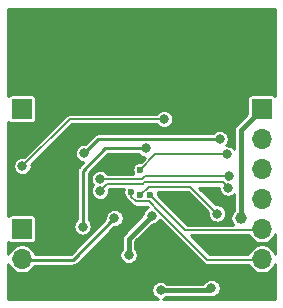
<source format=gbl>
G04 #@! TF.GenerationSoftware,KiCad,Pcbnew,(5.1.10)-1*
G04 #@! TF.CreationDate,2021-12-10T13:25:55-08:00*
G04 #@! TF.ProjectId,BQ25798,42513235-3739-4382-9e6b-696361645f70,rev?*
G04 #@! TF.SameCoordinates,Original*
G04 #@! TF.FileFunction,Copper,L2,Bot*
G04 #@! TF.FilePolarity,Positive*
%FSLAX46Y46*%
G04 Gerber Fmt 4.6, Leading zero omitted, Abs format (unit mm)*
G04 Created by KiCad (PCBNEW (5.1.10)-1) date 2021-12-10 13:25:55*
%MOMM*%
%LPD*%
G01*
G04 APERTURE LIST*
G04 #@! TA.AperFunction,ComponentPad*
%ADD10O,1.700000X1.700000*%
G04 #@! TD*
G04 #@! TA.AperFunction,ComponentPad*
%ADD11R,1.700000X1.700000*%
G04 #@! TD*
G04 #@! TA.AperFunction,ComponentPad*
%ADD12O,1.000000X2.200000*%
G04 #@! TD*
G04 #@! TA.AperFunction,ComponentPad*
%ADD13O,1.000000X1.800000*%
G04 #@! TD*
G04 #@! TA.AperFunction,ViaPad*
%ADD14C,0.800000*%
G04 #@! TD*
G04 #@! TA.AperFunction,ViaPad*
%ADD15C,1.000000*%
G04 #@! TD*
G04 #@! TA.AperFunction,ViaPad*
%ADD16C,0.600000*%
G04 #@! TD*
G04 #@! TA.AperFunction,Conductor*
%ADD17C,0.400000*%
G04 #@! TD*
G04 #@! TA.AperFunction,Conductor*
%ADD18C,0.250000*%
G04 #@! TD*
G04 #@! TA.AperFunction,Conductor*
%ADD19C,0.150000*%
G04 #@! TD*
G04 #@! TA.AperFunction,Conductor*
%ADD20C,0.254000*%
G04 #@! TD*
G04 #@! TA.AperFunction,Conductor*
%ADD21C,0.100000*%
G04 #@! TD*
G04 APERTURE END LIST*
D10*
X102870000Y-119380000D03*
X102870000Y-116840000D03*
X102870000Y-114300000D03*
X102870000Y-111760000D03*
X102870000Y-109220000D03*
X102870000Y-106680000D03*
D11*
X102870000Y-104140000D03*
D12*
X88390000Y-97350000D03*
X97030000Y-97350000D03*
D13*
X88390000Y-101350000D03*
X88390000Y-101350000D03*
X97030000Y-101350000D03*
D10*
X82550000Y-119380000D03*
X82550000Y-116840000D03*
D11*
X82550000Y-114300000D03*
D10*
X82550000Y-106680000D03*
D11*
X82550000Y-104140000D03*
D14*
X87100000Y-119500000D03*
X90200000Y-119400000D03*
X92900000Y-119300000D03*
X99500000Y-115400000D03*
X96900000Y-113700000D03*
X99844838Y-111961325D03*
X84700000Y-108400000D03*
X86100000Y-108400000D03*
X85000000Y-109700000D03*
X98400000Y-118000000D03*
D15*
X101100000Y-113400000D03*
D14*
X94300000Y-119500000D03*
X98609450Y-119309450D03*
X91600000Y-116500000D03*
X93545425Y-113175992D03*
X87700000Y-114100000D03*
X93039838Y-107486613D03*
X99900000Y-108000000D03*
D16*
X92583793Y-109278764D03*
X92600000Y-111400000D03*
D14*
X99099994Y-113000000D03*
X94600000Y-105000000D03*
X82600000Y-109000000D03*
X90400000Y-113400000D03*
D16*
X91830778Y-111180223D03*
X93411631Y-111401557D03*
D14*
X99300000Y-106700000D03*
X87800000Y-107900000D03*
X89200305Y-110072492D03*
X100122609Y-109807533D03*
X89197910Y-111072491D03*
X100000000Y-110800000D03*
D17*
X101100000Y-105910000D02*
X101100000Y-113400000D01*
X102870000Y-104140000D02*
X101100000Y-105910000D01*
X98418900Y-119500000D02*
X98609450Y-119309450D01*
X94300000Y-119500000D02*
X98418900Y-119500000D01*
X91600000Y-115121417D02*
X93545425Y-113175992D01*
X91600000Y-116500000D02*
X91600000Y-115121417D01*
D18*
X89613387Y-107486613D02*
X93039838Y-107486613D01*
X87700000Y-109400000D02*
X89613387Y-107486613D01*
X87700000Y-114100000D02*
X87700000Y-109400000D01*
D19*
X99900000Y-108000000D02*
X93862557Y-108000000D01*
X93862557Y-108000000D02*
X92583793Y-109278764D01*
X96818606Y-110718612D02*
X99099994Y-113000000D01*
X92600000Y-111400000D02*
X93281388Y-110718612D01*
X93281388Y-110718612D02*
X96818606Y-110718612D01*
X86600000Y-105000000D02*
X82600000Y-109000000D01*
X94600000Y-105000000D02*
X86600000Y-105000000D01*
D18*
X90400000Y-113400000D02*
X86900000Y-116900000D01*
X86900000Y-116900000D02*
X82500000Y-116900000D01*
D19*
X93344993Y-111976558D02*
X94200000Y-112831565D01*
X92202849Y-111976558D02*
X93344993Y-111976558D01*
X91830778Y-111604487D02*
X92202849Y-111976558D01*
X91830778Y-111180223D02*
X91830778Y-111604487D01*
X94200000Y-112831565D02*
X98268435Y-116900000D01*
X98268435Y-116900000D02*
X102800000Y-116900000D01*
X102900000Y-114400000D02*
X96410074Y-114400000D01*
X96410074Y-114400000D02*
X93411631Y-111401557D01*
D18*
X89000000Y-106700000D02*
X87800000Y-107900000D01*
X99300000Y-106700000D02*
X89000000Y-106700000D01*
D19*
X89200305Y-110072492D02*
X89252022Y-110124209D01*
X100122609Y-109977391D02*
X100122609Y-109807533D01*
X91800000Y-110072492D02*
X91802509Y-110075001D01*
X89200305Y-110072492D02*
X91800000Y-110072492D01*
X92735023Y-110075001D02*
X93002491Y-109807533D01*
X93002491Y-109807533D02*
X100122609Y-109807533D01*
X99975791Y-110124209D02*
X100122609Y-109977391D01*
X91802509Y-110075001D02*
X92735023Y-110075001D01*
X92830793Y-110474219D02*
X92936410Y-110368602D01*
X89197910Y-111072491D02*
X89796182Y-110474219D01*
X89796182Y-110474219D02*
X92830793Y-110474219D01*
X92936410Y-110368602D02*
X99568602Y-110368602D01*
X99568602Y-110368602D02*
X100000000Y-110800000D01*
D20*
X104013000Y-103052753D02*
X103987869Y-103022131D01*
X103930463Y-102975019D01*
X103864970Y-102940012D01*
X103793905Y-102918455D01*
X103720000Y-102911176D01*
X102020000Y-102911176D01*
X101946095Y-102918455D01*
X101875030Y-102940012D01*
X101809537Y-102975019D01*
X101752131Y-103022131D01*
X101705019Y-103079537D01*
X101670012Y-103145030D01*
X101648455Y-103216095D01*
X101641176Y-103290000D01*
X101641176Y-104552822D01*
X100712038Y-105481961D01*
X100690026Y-105500026D01*
X100617921Y-105587886D01*
X100564343Y-105688125D01*
X100552573Y-105726927D01*
X100531349Y-105796889D01*
X100520210Y-105910000D01*
X100523000Y-105938331D01*
X100523000Y-107533821D01*
X100503536Y-107504691D01*
X100395309Y-107396464D01*
X100268048Y-107311431D01*
X100126643Y-107252859D01*
X99976528Y-107223000D01*
X99875845Y-107223000D01*
X99903536Y-107195309D01*
X99988569Y-107068048D01*
X100047141Y-106926643D01*
X100077000Y-106776528D01*
X100077000Y-106623472D01*
X100047141Y-106473357D01*
X99988569Y-106331952D01*
X99903536Y-106204691D01*
X99795309Y-106096464D01*
X99668048Y-106011431D01*
X99526643Y-105952859D01*
X99376528Y-105923000D01*
X99223472Y-105923000D01*
X99073357Y-105952859D01*
X98931952Y-106011431D01*
X98804691Y-106096464D01*
X98703155Y-106198000D01*
X89024642Y-106198000D01*
X88999999Y-106195573D01*
X88975356Y-106198000D01*
X88975347Y-106198000D01*
X88901591Y-106205264D01*
X88806964Y-106233969D01*
X88719755Y-106280583D01*
X88719753Y-106280584D01*
X88719754Y-106280584D01*
X88671758Y-106319974D01*
X88643316Y-106343316D01*
X88627603Y-106362462D01*
X87867066Y-107123000D01*
X87723472Y-107123000D01*
X87573357Y-107152859D01*
X87431952Y-107211431D01*
X87304691Y-107296464D01*
X87196464Y-107404691D01*
X87111431Y-107531952D01*
X87052859Y-107673357D01*
X87023000Y-107823472D01*
X87023000Y-107976528D01*
X87052859Y-108126643D01*
X87111431Y-108268048D01*
X87196464Y-108395309D01*
X87304691Y-108503536D01*
X87431952Y-108588569D01*
X87573357Y-108647141D01*
X87714792Y-108675274D01*
X87362463Y-109027603D01*
X87343317Y-109043316D01*
X87327604Y-109062462D01*
X87327601Y-109062465D01*
X87280584Y-109119755D01*
X87233970Y-109206964D01*
X87205265Y-109301591D01*
X87195573Y-109400000D01*
X87198001Y-109424653D01*
X87198000Y-113503155D01*
X87096464Y-113604691D01*
X87011431Y-113731952D01*
X86952859Y-113873357D01*
X86923000Y-114023472D01*
X86923000Y-114176528D01*
X86952859Y-114326643D01*
X87011431Y-114468048D01*
X87096464Y-114595309D01*
X87204691Y-114703536D01*
X87331952Y-114788569D01*
X87473357Y-114847141D01*
X87623472Y-114877000D01*
X87776528Y-114877000D01*
X87926643Y-114847141D01*
X88068048Y-114788569D01*
X88195309Y-114703536D01*
X88303536Y-114595309D01*
X88388569Y-114468048D01*
X88447141Y-114326643D01*
X88477000Y-114176528D01*
X88477000Y-114023472D01*
X88447141Y-113873357D01*
X88388569Y-113731952D01*
X88303536Y-113604691D01*
X88202000Y-113503155D01*
X88202000Y-109607934D01*
X89821323Y-107988613D01*
X92442993Y-107988613D01*
X92544529Y-108090149D01*
X92671790Y-108175182D01*
X92813195Y-108233754D01*
X92960316Y-108263017D01*
X92621569Y-108601764D01*
X92517114Y-108601764D01*
X92386319Y-108627780D01*
X92263113Y-108678814D01*
X92152230Y-108752904D01*
X92057933Y-108847201D01*
X91983843Y-108958084D01*
X91932809Y-109081290D01*
X91906793Y-109212085D01*
X91906793Y-109345443D01*
X91932809Y-109476238D01*
X91983843Y-109599444D01*
X91999583Y-109623001D01*
X91847679Y-109623001D01*
X91822205Y-109620492D01*
X91800000Y-109618305D01*
X91777795Y-109620492D01*
X89832779Y-109620492D01*
X89803841Y-109577183D01*
X89695614Y-109468956D01*
X89568353Y-109383923D01*
X89426948Y-109325351D01*
X89276833Y-109295492D01*
X89123777Y-109295492D01*
X88973662Y-109325351D01*
X88832257Y-109383923D01*
X88704996Y-109468956D01*
X88596769Y-109577183D01*
X88511736Y-109704444D01*
X88453164Y-109845849D01*
X88423305Y-109995964D01*
X88423305Y-110149020D01*
X88453164Y-110299135D01*
X88511736Y-110440540D01*
X88596769Y-110567801D01*
X88600262Y-110571294D01*
X88594374Y-110577182D01*
X88509341Y-110704443D01*
X88450769Y-110845848D01*
X88420910Y-110995963D01*
X88420910Y-111149019D01*
X88450769Y-111299134D01*
X88509341Y-111440539D01*
X88594374Y-111567800D01*
X88702601Y-111676027D01*
X88829862Y-111761060D01*
X88971267Y-111819632D01*
X89121382Y-111849491D01*
X89274438Y-111849491D01*
X89424553Y-111819632D01*
X89565958Y-111761060D01*
X89693219Y-111676027D01*
X89801446Y-111567800D01*
X89886479Y-111440539D01*
X89945051Y-111299134D01*
X89974910Y-111149019D01*
X89974910Y-110995963D01*
X89964749Y-110944877D01*
X89983407Y-110926219D01*
X91203210Y-110926219D01*
X91179794Y-110982749D01*
X91153778Y-111113544D01*
X91153778Y-111246902D01*
X91179794Y-111377697D01*
X91230828Y-111500903D01*
X91304918Y-111611786D01*
X91385219Y-111692087D01*
X91385318Y-111693094D01*
X91411164Y-111778296D01*
X91433249Y-111819614D01*
X91453136Y-111856820D01*
X91509620Y-111925646D01*
X91526873Y-111939806D01*
X91867530Y-112280463D01*
X91881690Y-112297717D01*
X91950516Y-112354201D01*
X91993878Y-112377378D01*
X92029039Y-112396172D01*
X92114241Y-112422018D01*
X92202849Y-112430745D01*
X92225054Y-112428558D01*
X93157770Y-112428558D01*
X93205136Y-112475925D01*
X93177377Y-112487423D01*
X93050116Y-112572456D01*
X92941889Y-112680683D01*
X92856856Y-112807944D01*
X92798284Y-112949349D01*
X92768425Y-113099464D01*
X92768425Y-113136991D01*
X91212034Y-114693382D01*
X91190027Y-114711443D01*
X91171966Y-114733450D01*
X91171963Y-114733453D01*
X91170437Y-114735313D01*
X91117922Y-114799302D01*
X91092352Y-114847141D01*
X91064344Y-114899541D01*
X91031349Y-115008306D01*
X91020210Y-115121417D01*
X91023001Y-115149758D01*
X91023000Y-115978155D01*
X90996464Y-116004691D01*
X90911431Y-116131952D01*
X90852859Y-116273357D01*
X90823000Y-116423472D01*
X90823000Y-116576528D01*
X90852859Y-116726643D01*
X90911431Y-116868048D01*
X90996464Y-116995309D01*
X91104691Y-117103536D01*
X91231952Y-117188569D01*
X91373357Y-117247141D01*
X91523472Y-117277000D01*
X91676528Y-117277000D01*
X91826643Y-117247141D01*
X91968048Y-117188569D01*
X92095309Y-117103536D01*
X92203536Y-116995309D01*
X92288569Y-116868048D01*
X92347141Y-116726643D01*
X92377000Y-116576528D01*
X92377000Y-116423472D01*
X92347141Y-116273357D01*
X92288569Y-116131952D01*
X92203536Y-116004691D01*
X92177000Y-115978155D01*
X92177000Y-115360418D01*
X93584426Y-113952992D01*
X93621953Y-113952992D01*
X93772068Y-113923133D01*
X93913473Y-113864561D01*
X94040734Y-113779528D01*
X94148961Y-113671301D01*
X94233994Y-113544040D01*
X94245492Y-113516280D01*
X97933116Y-117203905D01*
X97947276Y-117221159D01*
X98016102Y-117277643D01*
X98094255Y-117319416D01*
X98094625Y-117319614D01*
X98179827Y-117345460D01*
X98268435Y-117354187D01*
X98290640Y-117352000D01*
X101753982Y-117352000D01*
X101782647Y-117421202D01*
X101916927Y-117622167D01*
X102087833Y-117793073D01*
X102288798Y-117927353D01*
X102512097Y-118019847D01*
X102749151Y-118067000D01*
X102990849Y-118067000D01*
X103227903Y-118019847D01*
X103451202Y-117927353D01*
X103652167Y-117793073D01*
X103823073Y-117622167D01*
X103957353Y-117421202D01*
X104013000Y-117286859D01*
X104013000Y-120234041D01*
X103972076Y-120246551D01*
X103969373Y-120248000D01*
X94522324Y-120248000D01*
X94526643Y-120247141D01*
X94668048Y-120188569D01*
X94795309Y-120103536D01*
X94821845Y-120077000D01*
X98390569Y-120077000D01*
X98418900Y-120079790D01*
X98447231Y-120077000D01*
X98447236Y-120077000D01*
X98472769Y-120074485D01*
X98532922Y-120086450D01*
X98685978Y-120086450D01*
X98836093Y-120056591D01*
X98977498Y-119998019D01*
X99104759Y-119912986D01*
X99212986Y-119804759D01*
X99298019Y-119677498D01*
X99356591Y-119536093D01*
X99386450Y-119385978D01*
X99386450Y-119232922D01*
X99356591Y-119082807D01*
X99298019Y-118941402D01*
X99212986Y-118814141D01*
X99104759Y-118705914D01*
X98977498Y-118620881D01*
X98836093Y-118562309D01*
X98685978Y-118532450D01*
X98532922Y-118532450D01*
X98382807Y-118562309D01*
X98241402Y-118620881D01*
X98114141Y-118705914D01*
X98005914Y-118814141D01*
X97933177Y-118923000D01*
X94821845Y-118923000D01*
X94795309Y-118896464D01*
X94668048Y-118811431D01*
X94526643Y-118752859D01*
X94376528Y-118723000D01*
X94223472Y-118723000D01*
X94073357Y-118752859D01*
X93931952Y-118811431D01*
X93804691Y-118896464D01*
X93696464Y-119004691D01*
X93611431Y-119131952D01*
X93552859Y-119273357D01*
X93523000Y-119423472D01*
X93523000Y-119576528D01*
X93552859Y-119726643D01*
X93611431Y-119868048D01*
X93696464Y-119995309D01*
X93804691Y-120103536D01*
X93931952Y-120188569D01*
X94073357Y-120247141D01*
X94077676Y-120248000D01*
X81407000Y-120248000D01*
X81407000Y-117286859D01*
X81462647Y-117421202D01*
X81596927Y-117622167D01*
X81767833Y-117793073D01*
X81968798Y-117927353D01*
X82192097Y-118019847D01*
X82429151Y-118067000D01*
X82670849Y-118067000D01*
X82907903Y-118019847D01*
X83131202Y-117927353D01*
X83332167Y-117793073D01*
X83503073Y-117622167D01*
X83637353Y-117421202D01*
X83645307Y-117402000D01*
X86875357Y-117402000D01*
X86900000Y-117404427D01*
X86924643Y-117402000D01*
X86924653Y-117402000D01*
X86998409Y-117394736D01*
X87093036Y-117366031D01*
X87180245Y-117319417D01*
X87256684Y-117256684D01*
X87272402Y-117237532D01*
X90332935Y-114177000D01*
X90476528Y-114177000D01*
X90626643Y-114147141D01*
X90768048Y-114088569D01*
X90895309Y-114003536D01*
X91003536Y-113895309D01*
X91088569Y-113768048D01*
X91147141Y-113626643D01*
X91177000Y-113476528D01*
X91177000Y-113323472D01*
X91147141Y-113173357D01*
X91088569Y-113031952D01*
X91003536Y-112904691D01*
X90895309Y-112796464D01*
X90768048Y-112711431D01*
X90626643Y-112652859D01*
X90476528Y-112623000D01*
X90323472Y-112623000D01*
X90173357Y-112652859D01*
X90031952Y-112711431D01*
X89904691Y-112796464D01*
X89796464Y-112904691D01*
X89711431Y-113031952D01*
X89652859Y-113173357D01*
X89623000Y-113323472D01*
X89623000Y-113467065D01*
X86692066Y-116398000D01*
X83695013Y-116398000D01*
X83637353Y-116258798D01*
X83503073Y-116057833D01*
X83332167Y-115886927D01*
X83131202Y-115752647D01*
X82907903Y-115660153D01*
X82670849Y-115613000D01*
X82429151Y-115613000D01*
X82192097Y-115660153D01*
X81968798Y-115752647D01*
X81767833Y-115886927D01*
X81596927Y-116057833D01*
X81462647Y-116258798D01*
X81407000Y-116393141D01*
X81407000Y-115387247D01*
X81432131Y-115417869D01*
X81489537Y-115464981D01*
X81555030Y-115499988D01*
X81626095Y-115521545D01*
X81700000Y-115528824D01*
X83400000Y-115528824D01*
X83473905Y-115521545D01*
X83544970Y-115499988D01*
X83610463Y-115464981D01*
X83667869Y-115417869D01*
X83714981Y-115360463D01*
X83749988Y-115294970D01*
X83771545Y-115223905D01*
X83778824Y-115150000D01*
X83778824Y-113450000D01*
X83771545Y-113376095D01*
X83749988Y-113305030D01*
X83714981Y-113239537D01*
X83667869Y-113182131D01*
X83610463Y-113135019D01*
X83544970Y-113100012D01*
X83473905Y-113078455D01*
X83400000Y-113071176D01*
X81700000Y-113071176D01*
X81626095Y-113078455D01*
X81555030Y-113100012D01*
X81489537Y-113135019D01*
X81432131Y-113182131D01*
X81407000Y-113212753D01*
X81407000Y-108923472D01*
X81823000Y-108923472D01*
X81823000Y-109076528D01*
X81852859Y-109226643D01*
X81911431Y-109368048D01*
X81996464Y-109495309D01*
X82104691Y-109603536D01*
X82231952Y-109688569D01*
X82373357Y-109747141D01*
X82523472Y-109777000D01*
X82676528Y-109777000D01*
X82826643Y-109747141D01*
X82968048Y-109688569D01*
X83095309Y-109603536D01*
X83203536Y-109495309D01*
X83288569Y-109368048D01*
X83347141Y-109226643D01*
X83377000Y-109076528D01*
X83377000Y-108923472D01*
X83366838Y-108872385D01*
X86787225Y-105452000D01*
X93967526Y-105452000D01*
X93996464Y-105495309D01*
X94104691Y-105603536D01*
X94231952Y-105688569D01*
X94373357Y-105747141D01*
X94523472Y-105777000D01*
X94676528Y-105777000D01*
X94826643Y-105747141D01*
X94968048Y-105688569D01*
X95095309Y-105603536D01*
X95203536Y-105495309D01*
X95288569Y-105368048D01*
X95347141Y-105226643D01*
X95377000Y-105076528D01*
X95377000Y-104923472D01*
X95347141Y-104773357D01*
X95288569Y-104631952D01*
X95203536Y-104504691D01*
X95095309Y-104396464D01*
X94968048Y-104311431D01*
X94826643Y-104252859D01*
X94676528Y-104223000D01*
X94523472Y-104223000D01*
X94373357Y-104252859D01*
X94231952Y-104311431D01*
X94104691Y-104396464D01*
X93996464Y-104504691D01*
X93967526Y-104548000D01*
X86622204Y-104548000D01*
X86599999Y-104545813D01*
X86511392Y-104554540D01*
X86491562Y-104560556D01*
X86426190Y-104580386D01*
X86347667Y-104622357D01*
X86278841Y-104678841D01*
X86264686Y-104696089D01*
X82727615Y-108233162D01*
X82676528Y-108223000D01*
X82523472Y-108223000D01*
X82373357Y-108252859D01*
X82231952Y-108311431D01*
X82104691Y-108396464D01*
X81996464Y-108504691D01*
X81911431Y-108631952D01*
X81852859Y-108773357D01*
X81823000Y-108923472D01*
X81407000Y-108923472D01*
X81407000Y-105227247D01*
X81432131Y-105257869D01*
X81489537Y-105304981D01*
X81555030Y-105339988D01*
X81626095Y-105361545D01*
X81700000Y-105368824D01*
X83400000Y-105368824D01*
X83473905Y-105361545D01*
X83544970Y-105339988D01*
X83610463Y-105304981D01*
X83667869Y-105257869D01*
X83714981Y-105200463D01*
X83749988Y-105134970D01*
X83771545Y-105063905D01*
X83778824Y-104990000D01*
X83778824Y-103290000D01*
X83771545Y-103216095D01*
X83749988Y-103145030D01*
X83714981Y-103079537D01*
X83667869Y-103022131D01*
X83610463Y-102975019D01*
X83544970Y-102940012D01*
X83473905Y-102918455D01*
X83400000Y-102911176D01*
X81700000Y-102911176D01*
X81626095Y-102918455D01*
X81555030Y-102940012D01*
X81489537Y-102975019D01*
X81432131Y-103022131D01*
X81407000Y-103052753D01*
X81407000Y-95652000D01*
X104013000Y-95652000D01*
X104013000Y-103052753D01*
G04 #@! TA.AperFunction,Conductor*
D21*
G36*
X104013000Y-103052753D02*
G01*
X103987869Y-103022131D01*
X103930463Y-102975019D01*
X103864970Y-102940012D01*
X103793905Y-102918455D01*
X103720000Y-102911176D01*
X102020000Y-102911176D01*
X101946095Y-102918455D01*
X101875030Y-102940012D01*
X101809537Y-102975019D01*
X101752131Y-103022131D01*
X101705019Y-103079537D01*
X101670012Y-103145030D01*
X101648455Y-103216095D01*
X101641176Y-103290000D01*
X101641176Y-104552822D01*
X100712038Y-105481961D01*
X100690026Y-105500026D01*
X100617921Y-105587886D01*
X100564343Y-105688125D01*
X100552573Y-105726927D01*
X100531349Y-105796889D01*
X100520210Y-105910000D01*
X100523000Y-105938331D01*
X100523000Y-107533821D01*
X100503536Y-107504691D01*
X100395309Y-107396464D01*
X100268048Y-107311431D01*
X100126643Y-107252859D01*
X99976528Y-107223000D01*
X99875845Y-107223000D01*
X99903536Y-107195309D01*
X99988569Y-107068048D01*
X100047141Y-106926643D01*
X100077000Y-106776528D01*
X100077000Y-106623472D01*
X100047141Y-106473357D01*
X99988569Y-106331952D01*
X99903536Y-106204691D01*
X99795309Y-106096464D01*
X99668048Y-106011431D01*
X99526643Y-105952859D01*
X99376528Y-105923000D01*
X99223472Y-105923000D01*
X99073357Y-105952859D01*
X98931952Y-106011431D01*
X98804691Y-106096464D01*
X98703155Y-106198000D01*
X89024642Y-106198000D01*
X88999999Y-106195573D01*
X88975356Y-106198000D01*
X88975347Y-106198000D01*
X88901591Y-106205264D01*
X88806964Y-106233969D01*
X88719755Y-106280583D01*
X88719753Y-106280584D01*
X88719754Y-106280584D01*
X88671758Y-106319974D01*
X88643316Y-106343316D01*
X88627603Y-106362462D01*
X87867066Y-107123000D01*
X87723472Y-107123000D01*
X87573357Y-107152859D01*
X87431952Y-107211431D01*
X87304691Y-107296464D01*
X87196464Y-107404691D01*
X87111431Y-107531952D01*
X87052859Y-107673357D01*
X87023000Y-107823472D01*
X87023000Y-107976528D01*
X87052859Y-108126643D01*
X87111431Y-108268048D01*
X87196464Y-108395309D01*
X87304691Y-108503536D01*
X87431952Y-108588569D01*
X87573357Y-108647141D01*
X87714792Y-108675274D01*
X87362463Y-109027603D01*
X87343317Y-109043316D01*
X87327604Y-109062462D01*
X87327601Y-109062465D01*
X87280584Y-109119755D01*
X87233970Y-109206964D01*
X87205265Y-109301591D01*
X87195573Y-109400000D01*
X87198001Y-109424653D01*
X87198000Y-113503155D01*
X87096464Y-113604691D01*
X87011431Y-113731952D01*
X86952859Y-113873357D01*
X86923000Y-114023472D01*
X86923000Y-114176528D01*
X86952859Y-114326643D01*
X87011431Y-114468048D01*
X87096464Y-114595309D01*
X87204691Y-114703536D01*
X87331952Y-114788569D01*
X87473357Y-114847141D01*
X87623472Y-114877000D01*
X87776528Y-114877000D01*
X87926643Y-114847141D01*
X88068048Y-114788569D01*
X88195309Y-114703536D01*
X88303536Y-114595309D01*
X88388569Y-114468048D01*
X88447141Y-114326643D01*
X88477000Y-114176528D01*
X88477000Y-114023472D01*
X88447141Y-113873357D01*
X88388569Y-113731952D01*
X88303536Y-113604691D01*
X88202000Y-113503155D01*
X88202000Y-109607934D01*
X89821323Y-107988613D01*
X92442993Y-107988613D01*
X92544529Y-108090149D01*
X92671790Y-108175182D01*
X92813195Y-108233754D01*
X92960316Y-108263017D01*
X92621569Y-108601764D01*
X92517114Y-108601764D01*
X92386319Y-108627780D01*
X92263113Y-108678814D01*
X92152230Y-108752904D01*
X92057933Y-108847201D01*
X91983843Y-108958084D01*
X91932809Y-109081290D01*
X91906793Y-109212085D01*
X91906793Y-109345443D01*
X91932809Y-109476238D01*
X91983843Y-109599444D01*
X91999583Y-109623001D01*
X91847679Y-109623001D01*
X91822205Y-109620492D01*
X91800000Y-109618305D01*
X91777795Y-109620492D01*
X89832779Y-109620492D01*
X89803841Y-109577183D01*
X89695614Y-109468956D01*
X89568353Y-109383923D01*
X89426948Y-109325351D01*
X89276833Y-109295492D01*
X89123777Y-109295492D01*
X88973662Y-109325351D01*
X88832257Y-109383923D01*
X88704996Y-109468956D01*
X88596769Y-109577183D01*
X88511736Y-109704444D01*
X88453164Y-109845849D01*
X88423305Y-109995964D01*
X88423305Y-110149020D01*
X88453164Y-110299135D01*
X88511736Y-110440540D01*
X88596769Y-110567801D01*
X88600262Y-110571294D01*
X88594374Y-110577182D01*
X88509341Y-110704443D01*
X88450769Y-110845848D01*
X88420910Y-110995963D01*
X88420910Y-111149019D01*
X88450769Y-111299134D01*
X88509341Y-111440539D01*
X88594374Y-111567800D01*
X88702601Y-111676027D01*
X88829862Y-111761060D01*
X88971267Y-111819632D01*
X89121382Y-111849491D01*
X89274438Y-111849491D01*
X89424553Y-111819632D01*
X89565958Y-111761060D01*
X89693219Y-111676027D01*
X89801446Y-111567800D01*
X89886479Y-111440539D01*
X89945051Y-111299134D01*
X89974910Y-111149019D01*
X89974910Y-110995963D01*
X89964749Y-110944877D01*
X89983407Y-110926219D01*
X91203210Y-110926219D01*
X91179794Y-110982749D01*
X91153778Y-111113544D01*
X91153778Y-111246902D01*
X91179794Y-111377697D01*
X91230828Y-111500903D01*
X91304918Y-111611786D01*
X91385219Y-111692087D01*
X91385318Y-111693094D01*
X91411164Y-111778296D01*
X91433249Y-111819614D01*
X91453136Y-111856820D01*
X91509620Y-111925646D01*
X91526873Y-111939806D01*
X91867530Y-112280463D01*
X91881690Y-112297717D01*
X91950516Y-112354201D01*
X91993878Y-112377378D01*
X92029039Y-112396172D01*
X92114241Y-112422018D01*
X92202849Y-112430745D01*
X92225054Y-112428558D01*
X93157770Y-112428558D01*
X93205136Y-112475925D01*
X93177377Y-112487423D01*
X93050116Y-112572456D01*
X92941889Y-112680683D01*
X92856856Y-112807944D01*
X92798284Y-112949349D01*
X92768425Y-113099464D01*
X92768425Y-113136991D01*
X91212034Y-114693382D01*
X91190027Y-114711443D01*
X91171966Y-114733450D01*
X91171963Y-114733453D01*
X91170437Y-114735313D01*
X91117922Y-114799302D01*
X91092352Y-114847141D01*
X91064344Y-114899541D01*
X91031349Y-115008306D01*
X91020210Y-115121417D01*
X91023001Y-115149758D01*
X91023000Y-115978155D01*
X90996464Y-116004691D01*
X90911431Y-116131952D01*
X90852859Y-116273357D01*
X90823000Y-116423472D01*
X90823000Y-116576528D01*
X90852859Y-116726643D01*
X90911431Y-116868048D01*
X90996464Y-116995309D01*
X91104691Y-117103536D01*
X91231952Y-117188569D01*
X91373357Y-117247141D01*
X91523472Y-117277000D01*
X91676528Y-117277000D01*
X91826643Y-117247141D01*
X91968048Y-117188569D01*
X92095309Y-117103536D01*
X92203536Y-116995309D01*
X92288569Y-116868048D01*
X92347141Y-116726643D01*
X92377000Y-116576528D01*
X92377000Y-116423472D01*
X92347141Y-116273357D01*
X92288569Y-116131952D01*
X92203536Y-116004691D01*
X92177000Y-115978155D01*
X92177000Y-115360418D01*
X93584426Y-113952992D01*
X93621953Y-113952992D01*
X93772068Y-113923133D01*
X93913473Y-113864561D01*
X94040734Y-113779528D01*
X94148961Y-113671301D01*
X94233994Y-113544040D01*
X94245492Y-113516280D01*
X97933116Y-117203905D01*
X97947276Y-117221159D01*
X98016102Y-117277643D01*
X98094255Y-117319416D01*
X98094625Y-117319614D01*
X98179827Y-117345460D01*
X98268435Y-117354187D01*
X98290640Y-117352000D01*
X101753982Y-117352000D01*
X101782647Y-117421202D01*
X101916927Y-117622167D01*
X102087833Y-117793073D01*
X102288798Y-117927353D01*
X102512097Y-118019847D01*
X102749151Y-118067000D01*
X102990849Y-118067000D01*
X103227903Y-118019847D01*
X103451202Y-117927353D01*
X103652167Y-117793073D01*
X103823073Y-117622167D01*
X103957353Y-117421202D01*
X104013000Y-117286859D01*
X104013000Y-120234041D01*
X103972076Y-120246551D01*
X103969373Y-120248000D01*
X94522324Y-120248000D01*
X94526643Y-120247141D01*
X94668048Y-120188569D01*
X94795309Y-120103536D01*
X94821845Y-120077000D01*
X98390569Y-120077000D01*
X98418900Y-120079790D01*
X98447231Y-120077000D01*
X98447236Y-120077000D01*
X98472769Y-120074485D01*
X98532922Y-120086450D01*
X98685978Y-120086450D01*
X98836093Y-120056591D01*
X98977498Y-119998019D01*
X99104759Y-119912986D01*
X99212986Y-119804759D01*
X99298019Y-119677498D01*
X99356591Y-119536093D01*
X99386450Y-119385978D01*
X99386450Y-119232922D01*
X99356591Y-119082807D01*
X99298019Y-118941402D01*
X99212986Y-118814141D01*
X99104759Y-118705914D01*
X98977498Y-118620881D01*
X98836093Y-118562309D01*
X98685978Y-118532450D01*
X98532922Y-118532450D01*
X98382807Y-118562309D01*
X98241402Y-118620881D01*
X98114141Y-118705914D01*
X98005914Y-118814141D01*
X97933177Y-118923000D01*
X94821845Y-118923000D01*
X94795309Y-118896464D01*
X94668048Y-118811431D01*
X94526643Y-118752859D01*
X94376528Y-118723000D01*
X94223472Y-118723000D01*
X94073357Y-118752859D01*
X93931952Y-118811431D01*
X93804691Y-118896464D01*
X93696464Y-119004691D01*
X93611431Y-119131952D01*
X93552859Y-119273357D01*
X93523000Y-119423472D01*
X93523000Y-119576528D01*
X93552859Y-119726643D01*
X93611431Y-119868048D01*
X93696464Y-119995309D01*
X93804691Y-120103536D01*
X93931952Y-120188569D01*
X94073357Y-120247141D01*
X94077676Y-120248000D01*
X81407000Y-120248000D01*
X81407000Y-117286859D01*
X81462647Y-117421202D01*
X81596927Y-117622167D01*
X81767833Y-117793073D01*
X81968798Y-117927353D01*
X82192097Y-118019847D01*
X82429151Y-118067000D01*
X82670849Y-118067000D01*
X82907903Y-118019847D01*
X83131202Y-117927353D01*
X83332167Y-117793073D01*
X83503073Y-117622167D01*
X83637353Y-117421202D01*
X83645307Y-117402000D01*
X86875357Y-117402000D01*
X86900000Y-117404427D01*
X86924643Y-117402000D01*
X86924653Y-117402000D01*
X86998409Y-117394736D01*
X87093036Y-117366031D01*
X87180245Y-117319417D01*
X87256684Y-117256684D01*
X87272402Y-117237532D01*
X90332935Y-114177000D01*
X90476528Y-114177000D01*
X90626643Y-114147141D01*
X90768048Y-114088569D01*
X90895309Y-114003536D01*
X91003536Y-113895309D01*
X91088569Y-113768048D01*
X91147141Y-113626643D01*
X91177000Y-113476528D01*
X91177000Y-113323472D01*
X91147141Y-113173357D01*
X91088569Y-113031952D01*
X91003536Y-112904691D01*
X90895309Y-112796464D01*
X90768048Y-112711431D01*
X90626643Y-112652859D01*
X90476528Y-112623000D01*
X90323472Y-112623000D01*
X90173357Y-112652859D01*
X90031952Y-112711431D01*
X89904691Y-112796464D01*
X89796464Y-112904691D01*
X89711431Y-113031952D01*
X89652859Y-113173357D01*
X89623000Y-113323472D01*
X89623000Y-113467065D01*
X86692066Y-116398000D01*
X83695013Y-116398000D01*
X83637353Y-116258798D01*
X83503073Y-116057833D01*
X83332167Y-115886927D01*
X83131202Y-115752647D01*
X82907903Y-115660153D01*
X82670849Y-115613000D01*
X82429151Y-115613000D01*
X82192097Y-115660153D01*
X81968798Y-115752647D01*
X81767833Y-115886927D01*
X81596927Y-116057833D01*
X81462647Y-116258798D01*
X81407000Y-116393141D01*
X81407000Y-115387247D01*
X81432131Y-115417869D01*
X81489537Y-115464981D01*
X81555030Y-115499988D01*
X81626095Y-115521545D01*
X81700000Y-115528824D01*
X83400000Y-115528824D01*
X83473905Y-115521545D01*
X83544970Y-115499988D01*
X83610463Y-115464981D01*
X83667869Y-115417869D01*
X83714981Y-115360463D01*
X83749988Y-115294970D01*
X83771545Y-115223905D01*
X83778824Y-115150000D01*
X83778824Y-113450000D01*
X83771545Y-113376095D01*
X83749988Y-113305030D01*
X83714981Y-113239537D01*
X83667869Y-113182131D01*
X83610463Y-113135019D01*
X83544970Y-113100012D01*
X83473905Y-113078455D01*
X83400000Y-113071176D01*
X81700000Y-113071176D01*
X81626095Y-113078455D01*
X81555030Y-113100012D01*
X81489537Y-113135019D01*
X81432131Y-113182131D01*
X81407000Y-113212753D01*
X81407000Y-108923472D01*
X81823000Y-108923472D01*
X81823000Y-109076528D01*
X81852859Y-109226643D01*
X81911431Y-109368048D01*
X81996464Y-109495309D01*
X82104691Y-109603536D01*
X82231952Y-109688569D01*
X82373357Y-109747141D01*
X82523472Y-109777000D01*
X82676528Y-109777000D01*
X82826643Y-109747141D01*
X82968048Y-109688569D01*
X83095309Y-109603536D01*
X83203536Y-109495309D01*
X83288569Y-109368048D01*
X83347141Y-109226643D01*
X83377000Y-109076528D01*
X83377000Y-108923472D01*
X83366838Y-108872385D01*
X86787225Y-105452000D01*
X93967526Y-105452000D01*
X93996464Y-105495309D01*
X94104691Y-105603536D01*
X94231952Y-105688569D01*
X94373357Y-105747141D01*
X94523472Y-105777000D01*
X94676528Y-105777000D01*
X94826643Y-105747141D01*
X94968048Y-105688569D01*
X95095309Y-105603536D01*
X95203536Y-105495309D01*
X95288569Y-105368048D01*
X95347141Y-105226643D01*
X95377000Y-105076528D01*
X95377000Y-104923472D01*
X95347141Y-104773357D01*
X95288569Y-104631952D01*
X95203536Y-104504691D01*
X95095309Y-104396464D01*
X94968048Y-104311431D01*
X94826643Y-104252859D01*
X94676528Y-104223000D01*
X94523472Y-104223000D01*
X94373357Y-104252859D01*
X94231952Y-104311431D01*
X94104691Y-104396464D01*
X93996464Y-104504691D01*
X93967526Y-104548000D01*
X86622204Y-104548000D01*
X86599999Y-104545813D01*
X86511392Y-104554540D01*
X86491562Y-104560556D01*
X86426190Y-104580386D01*
X86347667Y-104622357D01*
X86278841Y-104678841D01*
X86264686Y-104696089D01*
X82727615Y-108233162D01*
X82676528Y-108223000D01*
X82523472Y-108223000D01*
X82373357Y-108252859D01*
X82231952Y-108311431D01*
X82104691Y-108396464D01*
X81996464Y-108504691D01*
X81911431Y-108631952D01*
X81852859Y-108773357D01*
X81823000Y-108923472D01*
X81407000Y-108923472D01*
X81407000Y-105227247D01*
X81432131Y-105257869D01*
X81489537Y-105304981D01*
X81555030Y-105339988D01*
X81626095Y-105361545D01*
X81700000Y-105368824D01*
X83400000Y-105368824D01*
X83473905Y-105361545D01*
X83544970Y-105339988D01*
X83610463Y-105304981D01*
X83667869Y-105257869D01*
X83714981Y-105200463D01*
X83749988Y-105134970D01*
X83771545Y-105063905D01*
X83778824Y-104990000D01*
X83778824Y-103290000D01*
X83771545Y-103216095D01*
X83749988Y-103145030D01*
X83714981Y-103079537D01*
X83667869Y-103022131D01*
X83610463Y-102975019D01*
X83544970Y-102940012D01*
X83473905Y-102918455D01*
X83400000Y-102911176D01*
X81700000Y-102911176D01*
X81626095Y-102918455D01*
X81555030Y-102940012D01*
X81489537Y-102975019D01*
X81432131Y-103022131D01*
X81407000Y-103052753D01*
X81407000Y-95652000D01*
X104013000Y-95652000D01*
X104013000Y-103052753D01*
G37*
G04 #@! TD.AperFunction*
D20*
X104013000Y-116393141D02*
X103957353Y-116258798D01*
X103823073Y-116057833D01*
X103652167Y-115886927D01*
X103451202Y-115752647D01*
X103227903Y-115660153D01*
X102990849Y-115613000D01*
X102749151Y-115613000D01*
X102512097Y-115660153D01*
X102288798Y-115752647D01*
X102087833Y-115886927D01*
X101916927Y-116057833D01*
X101782647Y-116258798D01*
X101704277Y-116448000D01*
X98455659Y-116448000D01*
X96859659Y-114852000D01*
X101770551Y-114852000D01*
X101782647Y-114881202D01*
X101916927Y-115082167D01*
X102087833Y-115253073D01*
X102288798Y-115387353D01*
X102512097Y-115479847D01*
X102749151Y-115527000D01*
X102990849Y-115527000D01*
X103227903Y-115479847D01*
X103451202Y-115387353D01*
X103652167Y-115253073D01*
X103823073Y-115082167D01*
X103957353Y-114881202D01*
X104013000Y-114746859D01*
X104013000Y-116393141D01*
G04 #@! TA.AperFunction,Conductor*
D21*
G36*
X104013000Y-116393141D02*
G01*
X103957353Y-116258798D01*
X103823073Y-116057833D01*
X103652167Y-115886927D01*
X103451202Y-115752647D01*
X103227903Y-115660153D01*
X102990849Y-115613000D01*
X102749151Y-115613000D01*
X102512097Y-115660153D01*
X102288798Y-115752647D01*
X102087833Y-115886927D01*
X101916927Y-116057833D01*
X101782647Y-116258798D01*
X101704277Y-116448000D01*
X98455659Y-116448000D01*
X96859659Y-114852000D01*
X101770551Y-114852000D01*
X101782647Y-114881202D01*
X101916927Y-115082167D01*
X102087833Y-115253073D01*
X102288798Y-115387353D01*
X102512097Y-115479847D01*
X102749151Y-115527000D01*
X102990849Y-115527000D01*
X103227903Y-115479847D01*
X103451202Y-115387353D01*
X103652167Y-115253073D01*
X103823073Y-115082167D01*
X103957353Y-114881202D01*
X104013000Y-114746859D01*
X104013000Y-116393141D01*
G37*
G04 #@! TD.AperFunction*
D20*
X99223000Y-110876528D02*
X99252859Y-111026643D01*
X99311431Y-111168048D01*
X99396464Y-111295309D01*
X99504691Y-111403536D01*
X99631952Y-111488569D01*
X99773357Y-111547141D01*
X99923472Y-111577000D01*
X100076528Y-111577000D01*
X100226643Y-111547141D01*
X100368048Y-111488569D01*
X100495309Y-111403536D01*
X100523001Y-111375844D01*
X100523001Y-112736734D01*
X100418790Y-112840945D01*
X100322813Y-112984585D01*
X100256703Y-113144189D01*
X100223000Y-113313623D01*
X100223000Y-113486377D01*
X100256703Y-113655811D01*
X100322813Y-113815415D01*
X100411403Y-113948000D01*
X96597298Y-113948000D01*
X94088631Y-111439334D01*
X94088631Y-111334878D01*
X94062615Y-111204083D01*
X94048751Y-111170612D01*
X96631383Y-111170612D01*
X98333156Y-112872385D01*
X98322994Y-112923472D01*
X98322994Y-113076528D01*
X98352853Y-113226643D01*
X98411425Y-113368048D01*
X98496458Y-113495309D01*
X98604685Y-113603536D01*
X98731946Y-113688569D01*
X98873351Y-113747141D01*
X99023466Y-113777000D01*
X99176522Y-113777000D01*
X99326637Y-113747141D01*
X99468042Y-113688569D01*
X99595303Y-113603536D01*
X99703530Y-113495309D01*
X99788563Y-113368048D01*
X99847135Y-113226643D01*
X99876994Y-113076528D01*
X99876994Y-112923472D01*
X99847135Y-112773357D01*
X99788563Y-112631952D01*
X99703530Y-112504691D01*
X99595303Y-112396464D01*
X99468042Y-112311431D01*
X99326637Y-112252859D01*
X99176522Y-112223000D01*
X99023466Y-112223000D01*
X98972379Y-112233162D01*
X97559819Y-110820602D01*
X99223000Y-110820602D01*
X99223000Y-110876528D01*
G04 #@! TA.AperFunction,Conductor*
D21*
G36*
X99223000Y-110876528D02*
G01*
X99252859Y-111026643D01*
X99311431Y-111168048D01*
X99396464Y-111295309D01*
X99504691Y-111403536D01*
X99631952Y-111488569D01*
X99773357Y-111547141D01*
X99923472Y-111577000D01*
X100076528Y-111577000D01*
X100226643Y-111547141D01*
X100368048Y-111488569D01*
X100495309Y-111403536D01*
X100523001Y-111375844D01*
X100523001Y-112736734D01*
X100418790Y-112840945D01*
X100322813Y-112984585D01*
X100256703Y-113144189D01*
X100223000Y-113313623D01*
X100223000Y-113486377D01*
X100256703Y-113655811D01*
X100322813Y-113815415D01*
X100411403Y-113948000D01*
X96597298Y-113948000D01*
X94088631Y-111439334D01*
X94088631Y-111334878D01*
X94062615Y-111204083D01*
X94048751Y-111170612D01*
X96631383Y-111170612D01*
X98333156Y-112872385D01*
X98322994Y-112923472D01*
X98322994Y-113076528D01*
X98352853Y-113226643D01*
X98411425Y-113368048D01*
X98496458Y-113495309D01*
X98604685Y-113603536D01*
X98731946Y-113688569D01*
X98873351Y-113747141D01*
X99023466Y-113777000D01*
X99176522Y-113777000D01*
X99326637Y-113747141D01*
X99468042Y-113688569D01*
X99595303Y-113603536D01*
X99703530Y-113495309D01*
X99788563Y-113368048D01*
X99847135Y-113226643D01*
X99876994Y-113076528D01*
X99876994Y-112923472D01*
X99847135Y-112773357D01*
X99788563Y-112631952D01*
X99703530Y-112504691D01*
X99595303Y-112396464D01*
X99468042Y-112311431D01*
X99326637Y-112252859D01*
X99176522Y-112223000D01*
X99023466Y-112223000D01*
X98972379Y-112233162D01*
X97559819Y-110820602D01*
X99223000Y-110820602D01*
X99223000Y-110876528D01*
G37*
G04 #@! TD.AperFunction*
M02*

</source>
